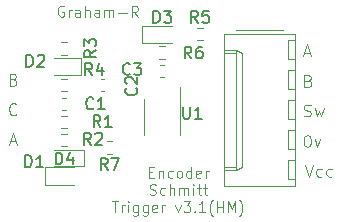
<source format=gbr>
%TF.GenerationSoftware,KiCad,Pcbnew,5.1.12-1.fc35*%
%TF.CreationDate,2021-11-27T14:31:25+00:00*%
%TF.ProjectId,kiCAD_TriSchmittHoleMount_v003.1,6b694341-445f-4547-9269-5363686d6974,rev?*%
%TF.SameCoordinates,Original*%
%TF.FileFunction,Legend,Top*%
%TF.FilePolarity,Positive*%
%FSLAX46Y46*%
G04 Gerber Fmt 4.6, Leading zero omitted, Abs format (unit mm)*
G04 Created by KiCad (PCBNEW 5.1.12-1.fc35) date 2021-11-27 14:31:25*
%MOMM*%
%LPD*%
G01*
G04 APERTURE LIST*
%ADD10C,0.100000*%
%ADD11C,0.120000*%
%ADD12C,0.150000*%
G04 APERTURE END LIST*
D10*
X192409523Y-74557142D02*
X192361904Y-74604761D01*
X192219047Y-74652380D01*
X192123809Y-74652380D01*
X191980952Y-74604761D01*
X191885714Y-74509523D01*
X191838095Y-74414285D01*
X191790476Y-74223809D01*
X191790476Y-74080952D01*
X191838095Y-73890476D01*
X191885714Y-73795238D01*
X191980952Y-73700000D01*
X192123809Y-73652380D01*
X192219047Y-73652380D01*
X192361904Y-73700000D01*
X192409523Y-73747619D01*
X191861904Y-76866666D02*
X192338095Y-76866666D01*
X191766666Y-77152380D02*
X192100000Y-76152380D01*
X192433333Y-77152380D01*
X192171428Y-71628571D02*
X192314285Y-71676190D01*
X192361904Y-71723809D01*
X192409523Y-71819047D01*
X192409523Y-71961904D01*
X192361904Y-72057142D01*
X192314285Y-72104761D01*
X192219047Y-72152380D01*
X191838095Y-72152380D01*
X191838095Y-71152380D01*
X192171428Y-71152380D01*
X192266666Y-71200000D01*
X192314285Y-71247619D01*
X192361904Y-71342857D01*
X192361904Y-71438095D01*
X192314285Y-71533333D01*
X192266666Y-71580952D01*
X192171428Y-71628571D01*
X191838095Y-71628571D01*
X196428571Y-65450000D02*
X196342857Y-65407142D01*
X196214285Y-65407142D01*
X196085714Y-65450000D01*
X196000000Y-65535714D01*
X195957142Y-65621428D01*
X195914285Y-65792857D01*
X195914285Y-65921428D01*
X195957142Y-66092857D01*
X196000000Y-66178571D01*
X196085714Y-66264285D01*
X196214285Y-66307142D01*
X196300000Y-66307142D01*
X196428571Y-66264285D01*
X196471428Y-66221428D01*
X196471428Y-65921428D01*
X196300000Y-65921428D01*
X196857142Y-66307142D02*
X196857142Y-65707142D01*
X196857142Y-65878571D02*
X196900000Y-65792857D01*
X196942857Y-65750000D01*
X197028571Y-65707142D01*
X197114285Y-65707142D01*
X197800000Y-66307142D02*
X197800000Y-65835714D01*
X197757142Y-65750000D01*
X197671428Y-65707142D01*
X197500000Y-65707142D01*
X197414285Y-65750000D01*
X197800000Y-66264285D02*
X197714285Y-66307142D01*
X197500000Y-66307142D01*
X197414285Y-66264285D01*
X197371428Y-66178571D01*
X197371428Y-66092857D01*
X197414285Y-66007142D01*
X197500000Y-65964285D01*
X197714285Y-65964285D01*
X197800000Y-65921428D01*
X198228571Y-66307142D02*
X198228571Y-65407142D01*
X198614285Y-66307142D02*
X198614285Y-65835714D01*
X198571428Y-65750000D01*
X198485714Y-65707142D01*
X198357142Y-65707142D01*
X198271428Y-65750000D01*
X198228571Y-65792857D01*
X199428571Y-66307142D02*
X199428571Y-65835714D01*
X199385714Y-65750000D01*
X199300000Y-65707142D01*
X199128571Y-65707142D01*
X199042857Y-65750000D01*
X199428571Y-66264285D02*
X199342857Y-66307142D01*
X199128571Y-66307142D01*
X199042857Y-66264285D01*
X199000000Y-66178571D01*
X199000000Y-66092857D01*
X199042857Y-66007142D01*
X199128571Y-65964285D01*
X199342857Y-65964285D01*
X199428571Y-65921428D01*
X199857142Y-66307142D02*
X199857142Y-65707142D01*
X199857142Y-65792857D02*
X199900000Y-65750000D01*
X199985714Y-65707142D01*
X200114285Y-65707142D01*
X200200000Y-65750000D01*
X200242857Y-65835714D01*
X200242857Y-66307142D01*
X200242857Y-65835714D02*
X200285714Y-65750000D01*
X200371428Y-65707142D01*
X200500000Y-65707142D01*
X200585714Y-65750000D01*
X200628571Y-65835714D01*
X200628571Y-66307142D01*
X201057142Y-65964285D02*
X201742857Y-65964285D01*
X202685714Y-66307142D02*
X202385714Y-65878571D01*
X202171428Y-66307142D02*
X202171428Y-65407142D01*
X202514285Y-65407142D01*
X202600000Y-65450000D01*
X202642857Y-65492857D01*
X202685714Y-65578571D01*
X202685714Y-65707142D01*
X202642857Y-65792857D01*
X202600000Y-65835714D01*
X202514285Y-65878571D01*
X202171428Y-65878571D01*
X217000000Y-76352380D02*
X217095238Y-76352380D01*
X217190476Y-76400000D01*
X217238095Y-76447619D01*
X217285714Y-76542857D01*
X217333333Y-76733333D01*
X217333333Y-76971428D01*
X217285714Y-77161904D01*
X217238095Y-77257142D01*
X217190476Y-77304761D01*
X217095238Y-77352380D01*
X217000000Y-77352380D01*
X216904762Y-77304761D01*
X216857143Y-77257142D01*
X216809524Y-77161904D01*
X216761905Y-76971428D01*
X216761905Y-76733333D01*
X216809524Y-76542857D01*
X216857143Y-76447619D01*
X216904762Y-76400000D01*
X217000000Y-76352380D01*
X217666667Y-76685714D02*
X217904762Y-77352380D01*
X218142857Y-76685714D01*
X216860238Y-78852380D02*
X217193571Y-79852380D01*
X217526904Y-78852380D01*
X218288809Y-79804761D02*
X218193571Y-79852380D01*
X218003095Y-79852380D01*
X217907857Y-79804761D01*
X217860238Y-79757142D01*
X217812619Y-79661904D01*
X217812619Y-79376190D01*
X217860238Y-79280952D01*
X217907857Y-79233333D01*
X218003095Y-79185714D01*
X218193571Y-79185714D01*
X218288809Y-79233333D01*
X219145952Y-79804761D02*
X219050714Y-79852380D01*
X218860238Y-79852380D01*
X218765000Y-79804761D01*
X218717380Y-79757142D01*
X218669761Y-79661904D01*
X218669761Y-79376190D01*
X218717380Y-79280952D01*
X218765000Y-79233333D01*
X218860238Y-79185714D01*
X219050714Y-79185714D01*
X219145952Y-79233333D01*
X216761905Y-74704761D02*
X216904762Y-74752380D01*
X217142857Y-74752380D01*
X217238095Y-74704761D01*
X217285714Y-74657142D01*
X217333333Y-74561904D01*
X217333333Y-74466666D01*
X217285714Y-74371428D01*
X217238095Y-74323809D01*
X217142857Y-74276190D01*
X216952381Y-74228571D01*
X216857143Y-74180952D01*
X216809524Y-74133333D01*
X216761905Y-74038095D01*
X216761905Y-73942857D01*
X216809524Y-73847619D01*
X216857143Y-73800000D01*
X216952381Y-73752380D01*
X217190476Y-73752380D01*
X217333333Y-73800000D01*
X217666667Y-74085714D02*
X217857143Y-74752380D01*
X218047619Y-74276190D01*
X218238095Y-74752380D01*
X218428571Y-74085714D01*
X217142857Y-71728571D02*
X217285714Y-71776190D01*
X217333333Y-71823809D01*
X217380952Y-71919047D01*
X217380952Y-72061904D01*
X217333333Y-72157142D01*
X217285714Y-72204761D01*
X217190476Y-72252380D01*
X216809524Y-72252380D01*
X216809524Y-71252380D01*
X217142857Y-71252380D01*
X217238095Y-71300000D01*
X217285714Y-71347619D01*
X217333333Y-71442857D01*
X217333333Y-71538095D01*
X217285714Y-71633333D01*
X217238095Y-71680952D01*
X217142857Y-71728571D01*
X216809524Y-71728571D01*
X216761904Y-69366666D02*
X217238095Y-69366666D01*
X216666666Y-69652380D02*
X217000000Y-68652380D01*
X217333333Y-69652380D01*
X203635714Y-79485714D02*
X203935714Y-79485714D01*
X204064285Y-79957142D02*
X203635714Y-79957142D01*
X203635714Y-79057142D01*
X204064285Y-79057142D01*
X204450000Y-79357142D02*
X204450000Y-79957142D01*
X204450000Y-79442857D02*
X204492857Y-79400000D01*
X204578571Y-79357142D01*
X204707142Y-79357142D01*
X204792857Y-79400000D01*
X204835714Y-79485714D01*
X204835714Y-79957142D01*
X205650000Y-79914285D02*
X205564285Y-79957142D01*
X205392857Y-79957142D01*
X205307142Y-79914285D01*
X205264285Y-79871428D01*
X205221428Y-79785714D01*
X205221428Y-79528571D01*
X205264285Y-79442857D01*
X205307142Y-79400000D01*
X205392857Y-79357142D01*
X205564285Y-79357142D01*
X205650000Y-79400000D01*
X206164285Y-79957142D02*
X206078571Y-79914285D01*
X206035714Y-79871428D01*
X205992857Y-79785714D01*
X205992857Y-79528571D01*
X206035714Y-79442857D01*
X206078571Y-79400000D01*
X206164285Y-79357142D01*
X206292857Y-79357142D01*
X206378571Y-79400000D01*
X206421428Y-79442857D01*
X206464285Y-79528571D01*
X206464285Y-79785714D01*
X206421428Y-79871428D01*
X206378571Y-79914285D01*
X206292857Y-79957142D01*
X206164285Y-79957142D01*
X207235714Y-79957142D02*
X207235714Y-79057142D01*
X207235714Y-79914285D02*
X207150000Y-79957142D01*
X206978571Y-79957142D01*
X206892857Y-79914285D01*
X206850000Y-79871428D01*
X206807142Y-79785714D01*
X206807142Y-79528571D01*
X206850000Y-79442857D01*
X206892857Y-79400000D01*
X206978571Y-79357142D01*
X207150000Y-79357142D01*
X207235714Y-79400000D01*
X208007142Y-79914285D02*
X207921428Y-79957142D01*
X207750000Y-79957142D01*
X207664285Y-79914285D01*
X207621428Y-79828571D01*
X207621428Y-79485714D01*
X207664285Y-79400000D01*
X207750000Y-79357142D01*
X207921428Y-79357142D01*
X208007142Y-79400000D01*
X208050000Y-79485714D01*
X208050000Y-79571428D01*
X207621428Y-79657142D01*
X208435714Y-79957142D02*
X208435714Y-79357142D01*
X208435714Y-79528571D02*
X208478571Y-79442857D01*
X208521428Y-79400000D01*
X208607142Y-79357142D01*
X208692857Y-79357142D01*
X203721428Y-81364285D02*
X203850000Y-81407142D01*
X204064285Y-81407142D01*
X204150000Y-81364285D01*
X204192857Y-81321428D01*
X204235714Y-81235714D01*
X204235714Y-81150000D01*
X204192857Y-81064285D01*
X204150000Y-81021428D01*
X204064285Y-80978571D01*
X203892857Y-80935714D01*
X203807142Y-80892857D01*
X203764285Y-80850000D01*
X203721428Y-80764285D01*
X203721428Y-80678571D01*
X203764285Y-80592857D01*
X203807142Y-80550000D01*
X203892857Y-80507142D01*
X204107142Y-80507142D01*
X204235714Y-80550000D01*
X205007142Y-81364285D02*
X204921428Y-81407142D01*
X204750000Y-81407142D01*
X204664285Y-81364285D01*
X204621428Y-81321428D01*
X204578571Y-81235714D01*
X204578571Y-80978571D01*
X204621428Y-80892857D01*
X204664285Y-80850000D01*
X204750000Y-80807142D01*
X204921428Y-80807142D01*
X205007142Y-80850000D01*
X205392857Y-81407142D02*
X205392857Y-80507142D01*
X205778571Y-81407142D02*
X205778571Y-80935714D01*
X205735714Y-80850000D01*
X205650000Y-80807142D01*
X205521428Y-80807142D01*
X205435714Y-80850000D01*
X205392857Y-80892857D01*
X206207142Y-81407142D02*
X206207142Y-80807142D01*
X206207142Y-80892857D02*
X206250000Y-80850000D01*
X206335714Y-80807142D01*
X206464285Y-80807142D01*
X206550000Y-80850000D01*
X206592857Y-80935714D01*
X206592857Y-81407142D01*
X206592857Y-80935714D02*
X206635714Y-80850000D01*
X206721428Y-80807142D01*
X206850000Y-80807142D01*
X206935714Y-80850000D01*
X206978571Y-80935714D01*
X206978571Y-81407142D01*
X207407142Y-81407142D02*
X207407142Y-80807142D01*
X207407142Y-80507142D02*
X207364285Y-80550000D01*
X207407142Y-80592857D01*
X207450000Y-80550000D01*
X207407142Y-80507142D01*
X207407142Y-80592857D01*
X207707142Y-80807142D02*
X208050000Y-80807142D01*
X207835714Y-80507142D02*
X207835714Y-81278571D01*
X207878571Y-81364285D01*
X207964285Y-81407142D01*
X208050000Y-81407142D01*
X208221428Y-80807142D02*
X208564285Y-80807142D01*
X208350000Y-80507142D02*
X208350000Y-81278571D01*
X208392857Y-81364285D01*
X208478571Y-81407142D01*
X208564285Y-81407142D01*
X200528571Y-81957142D02*
X201042857Y-81957142D01*
X200785714Y-82857142D02*
X200785714Y-81957142D01*
X201342857Y-82857142D02*
X201342857Y-82257142D01*
X201342857Y-82428571D02*
X201385714Y-82342857D01*
X201428571Y-82300000D01*
X201514285Y-82257142D01*
X201600000Y-82257142D01*
X201900000Y-82857142D02*
X201900000Y-82257142D01*
X201900000Y-81957142D02*
X201857142Y-82000000D01*
X201900000Y-82042857D01*
X201942857Y-82000000D01*
X201900000Y-81957142D01*
X201900000Y-82042857D01*
X202714285Y-82257142D02*
X202714285Y-82985714D01*
X202671428Y-83071428D01*
X202628571Y-83114285D01*
X202542857Y-83157142D01*
X202414285Y-83157142D01*
X202328571Y-83114285D01*
X202714285Y-82814285D02*
X202628571Y-82857142D01*
X202457142Y-82857142D01*
X202371428Y-82814285D01*
X202328571Y-82771428D01*
X202285714Y-82685714D01*
X202285714Y-82428571D01*
X202328571Y-82342857D01*
X202371428Y-82300000D01*
X202457142Y-82257142D01*
X202628571Y-82257142D01*
X202714285Y-82300000D01*
X203528571Y-82257142D02*
X203528571Y-82985714D01*
X203485714Y-83071428D01*
X203442857Y-83114285D01*
X203357142Y-83157142D01*
X203228571Y-83157142D01*
X203142857Y-83114285D01*
X203528571Y-82814285D02*
X203442857Y-82857142D01*
X203271428Y-82857142D01*
X203185714Y-82814285D01*
X203142857Y-82771428D01*
X203100000Y-82685714D01*
X203100000Y-82428571D01*
X203142857Y-82342857D01*
X203185714Y-82300000D01*
X203271428Y-82257142D01*
X203442857Y-82257142D01*
X203528571Y-82300000D01*
X204300000Y-82814285D02*
X204214285Y-82857142D01*
X204042857Y-82857142D01*
X203957142Y-82814285D01*
X203914285Y-82728571D01*
X203914285Y-82385714D01*
X203957142Y-82300000D01*
X204042857Y-82257142D01*
X204214285Y-82257142D01*
X204300000Y-82300000D01*
X204342857Y-82385714D01*
X204342857Y-82471428D01*
X203914285Y-82557142D01*
X204728571Y-82857142D02*
X204728571Y-82257142D01*
X204728571Y-82428571D02*
X204771428Y-82342857D01*
X204814285Y-82300000D01*
X204900000Y-82257142D01*
X204985714Y-82257142D01*
X205885714Y-82257142D02*
X206100000Y-82857142D01*
X206314285Y-82257142D01*
X206571428Y-81957142D02*
X207128571Y-81957142D01*
X206828571Y-82300000D01*
X206957142Y-82300000D01*
X207042857Y-82342857D01*
X207085714Y-82385714D01*
X207128571Y-82471428D01*
X207128571Y-82685714D01*
X207085714Y-82771428D01*
X207042857Y-82814285D01*
X206957142Y-82857142D01*
X206700000Y-82857142D01*
X206614285Y-82814285D01*
X206571428Y-82771428D01*
X207514285Y-82771428D02*
X207557142Y-82814285D01*
X207514285Y-82857142D01*
X207471428Y-82814285D01*
X207514285Y-82771428D01*
X207514285Y-82857142D01*
X208414285Y-82857142D02*
X207900000Y-82857142D01*
X208157142Y-82857142D02*
X208157142Y-81957142D01*
X208071428Y-82085714D01*
X207985714Y-82171428D01*
X207900000Y-82214285D01*
X209057142Y-83200000D02*
X209014285Y-83157142D01*
X208928571Y-83028571D01*
X208885714Y-82942857D01*
X208842857Y-82814285D01*
X208800000Y-82600000D01*
X208800000Y-82428571D01*
X208842857Y-82214285D01*
X208885714Y-82085714D01*
X208928571Y-82000000D01*
X209014285Y-81871428D01*
X209057142Y-81828571D01*
X209400000Y-82857142D02*
X209400000Y-81957142D01*
X209400000Y-82385714D02*
X209914285Y-82385714D01*
X209914285Y-82857142D02*
X209914285Y-81957142D01*
X210342857Y-82857142D02*
X210342857Y-81957142D01*
X210642857Y-82600000D01*
X210942857Y-81957142D01*
X210942857Y-82857142D01*
X211285714Y-83200000D02*
X211328571Y-83157142D01*
X211414285Y-83028571D01*
X211457142Y-82942857D01*
X211500000Y-82814285D01*
X211542857Y-82600000D01*
X211542857Y-82428571D01*
X211500000Y-82214285D01*
X211457142Y-82085714D01*
X211414285Y-82000000D01*
X211328571Y-81871428D01*
X211285714Y-81828571D01*
D11*
%TO.C,R7*%
X200537258Y-77922500D02*
X200062742Y-77922500D01*
X200537258Y-76877500D02*
X200062742Y-76877500D01*
%TO.C,D4*%
X197281334Y-79065000D02*
X194821334Y-79065000D01*
X194821334Y-79065000D02*
X194821334Y-80535000D01*
X194821334Y-80535000D02*
X197281334Y-80535000D01*
%TO.C,J1*%
X216030000Y-67740000D02*
X210010000Y-67740000D01*
X210010000Y-67740000D02*
X210010000Y-80660000D01*
X210010000Y-80660000D02*
X216030000Y-80660000D01*
X216030000Y-80660000D02*
X216030000Y-67740000D01*
X215000000Y-67450000D02*
X211000000Y-67450000D01*
X210010000Y-69120000D02*
X211010000Y-69120000D01*
X211010000Y-69120000D02*
X211010000Y-79280000D01*
X211010000Y-79280000D02*
X210010000Y-79280000D01*
X211010000Y-69120000D02*
X211540000Y-69370000D01*
X211540000Y-69370000D02*
X211540000Y-79030000D01*
X211540000Y-79030000D02*
X211010000Y-79280000D01*
X210010000Y-69370000D02*
X211010000Y-69370000D01*
X210010000Y-79030000D02*
X211010000Y-79030000D01*
X216030000Y-68320000D02*
X215430000Y-68320000D01*
X215430000Y-68320000D02*
X215430000Y-69920000D01*
X215430000Y-69920000D02*
X216030000Y-69920000D01*
X216030000Y-70860000D02*
X215430000Y-70860000D01*
X215430000Y-70860000D02*
X215430000Y-72460000D01*
X215430000Y-72460000D02*
X216030000Y-72460000D01*
X216030000Y-73400000D02*
X215430000Y-73400000D01*
X215430000Y-73400000D02*
X215430000Y-75000000D01*
X215430000Y-75000000D02*
X216030000Y-75000000D01*
X216030000Y-75940000D02*
X215430000Y-75940000D01*
X215430000Y-75940000D02*
X215430000Y-77540000D01*
X215430000Y-77540000D02*
X216030000Y-77540000D01*
X216030000Y-78480000D02*
X215430000Y-78480000D01*
X215430000Y-78480000D02*
X215430000Y-80080000D01*
X215430000Y-80080000D02*
X216030000Y-80080000D01*
%TO.C,U1*%
X203250000Y-76300000D02*
X203250000Y-73300000D01*
X206250000Y-76300000D02*
X206250000Y-72300000D01*
%TO.C,R6*%
X204495276Y-69872500D02*
X205004724Y-69872500D01*
X204495276Y-68827500D02*
X205004724Y-68827500D01*
%TO.C,R5*%
X207712742Y-68322500D02*
X208187258Y-68322500D01*
X207712742Y-67277500D02*
X208187258Y-67277500D01*
%TO.C,R4*%
X196696092Y-71577500D02*
X196221576Y-71577500D01*
X196696092Y-72622500D02*
X196221576Y-72622500D01*
%TO.C,R3*%
X196221576Y-69522500D02*
X196696092Y-69522500D01*
X196221576Y-68477500D02*
X196696092Y-68477500D01*
%TO.C,R2*%
X196696092Y-77295834D02*
X196221576Y-77295834D01*
X196696092Y-76250834D02*
X196221576Y-76250834D01*
%TO.C,R1*%
X196221576Y-74714168D02*
X196696092Y-74714168D01*
X196221576Y-75759168D02*
X196696092Y-75759168D01*
%TO.C,D3*%
X203090000Y-68535000D02*
X205550000Y-68535000D01*
X203090000Y-67065000D02*
X203090000Y-68535000D01*
X205550000Y-67065000D02*
X203090000Y-67065000D01*
%TO.C,D2*%
X197923834Y-69815000D02*
X195638834Y-69815000D01*
X197923834Y-71285000D02*
X197923834Y-69815000D01*
X195638834Y-71285000D02*
X197923834Y-71285000D01*
%TO.C,D1*%
X195638834Y-78985000D02*
X198123834Y-78985000D01*
X198123834Y-78985000D02*
X198123834Y-77615000D01*
X198123834Y-77615000D02*
X195638834Y-77615000D01*
%TO.C,C3*%
X204603733Y-71410000D02*
X204896267Y-71410000D01*
X204603733Y-70390000D02*
X204896267Y-70390000D01*
%TO.C,C2*%
X199846267Y-71590000D02*
X199553733Y-71590000D01*
X199846267Y-72610000D02*
X199553733Y-72610000D01*
%TO.C,C1*%
X196312567Y-73190000D02*
X196605101Y-73190000D01*
X196312567Y-74210000D02*
X196605101Y-74210000D01*
%TO.C,R7*%
D12*
X200133333Y-79282380D02*
X199800000Y-78806190D01*
X199561904Y-79282380D02*
X199561904Y-78282380D01*
X199942857Y-78282380D01*
X200038095Y-78330000D01*
X200085714Y-78377619D01*
X200133333Y-78472857D01*
X200133333Y-78615714D01*
X200085714Y-78710952D01*
X200038095Y-78758571D01*
X199942857Y-78806190D01*
X199561904Y-78806190D01*
X200466666Y-78282380D02*
X201133333Y-78282380D01*
X200704761Y-79282380D01*
%TO.C,D4*%
X195743238Y-78822380D02*
X195743238Y-77822380D01*
X195981334Y-77822380D01*
X196124191Y-77870000D01*
X196219429Y-77965238D01*
X196267048Y-78060476D01*
X196314667Y-78250952D01*
X196314667Y-78393809D01*
X196267048Y-78584285D01*
X196219429Y-78679523D01*
X196124191Y-78774761D01*
X195981334Y-78822380D01*
X195743238Y-78822380D01*
X197171810Y-78155714D02*
X197171810Y-78822380D01*
X196933714Y-77774761D02*
X196695619Y-78489047D01*
X197314667Y-78489047D01*
%TO.C,U1*%
X206538095Y-73952380D02*
X206538095Y-74761904D01*
X206585714Y-74857142D01*
X206633333Y-74904761D01*
X206728571Y-74952380D01*
X206919047Y-74952380D01*
X207014285Y-74904761D01*
X207061904Y-74857142D01*
X207109523Y-74761904D01*
X207109523Y-73952380D01*
X208109523Y-74952380D02*
X207538095Y-74952380D01*
X207823809Y-74952380D02*
X207823809Y-73952380D01*
X207728571Y-74095238D01*
X207633333Y-74190476D01*
X207538095Y-74238095D01*
%TO.C,R6*%
X207233333Y-69852380D02*
X206900000Y-69376190D01*
X206661904Y-69852380D02*
X206661904Y-68852380D01*
X207042857Y-68852380D01*
X207138095Y-68900000D01*
X207185714Y-68947619D01*
X207233333Y-69042857D01*
X207233333Y-69185714D01*
X207185714Y-69280952D01*
X207138095Y-69328571D01*
X207042857Y-69376190D01*
X206661904Y-69376190D01*
X208090476Y-68852380D02*
X207900000Y-68852380D01*
X207804761Y-68900000D01*
X207757142Y-68947619D01*
X207661904Y-69090476D01*
X207614285Y-69280952D01*
X207614285Y-69661904D01*
X207661904Y-69757142D01*
X207709523Y-69804761D01*
X207804761Y-69852380D01*
X207995238Y-69852380D01*
X208090476Y-69804761D01*
X208138095Y-69757142D01*
X208185714Y-69661904D01*
X208185714Y-69423809D01*
X208138095Y-69328571D01*
X208090476Y-69280952D01*
X207995238Y-69233333D01*
X207804761Y-69233333D01*
X207709523Y-69280952D01*
X207661904Y-69328571D01*
X207614285Y-69423809D01*
%TO.C,R5*%
X207783333Y-66822380D02*
X207450000Y-66346190D01*
X207211904Y-66822380D02*
X207211904Y-65822380D01*
X207592857Y-65822380D01*
X207688095Y-65870000D01*
X207735714Y-65917619D01*
X207783333Y-66012857D01*
X207783333Y-66155714D01*
X207735714Y-66250952D01*
X207688095Y-66298571D01*
X207592857Y-66346190D01*
X207211904Y-66346190D01*
X208688095Y-65822380D02*
X208211904Y-65822380D01*
X208164285Y-66298571D01*
X208211904Y-66250952D01*
X208307142Y-66203333D01*
X208545238Y-66203333D01*
X208640476Y-66250952D01*
X208688095Y-66298571D01*
X208735714Y-66393809D01*
X208735714Y-66631904D01*
X208688095Y-66727142D01*
X208640476Y-66774761D01*
X208545238Y-66822380D01*
X208307142Y-66822380D01*
X208211904Y-66774761D01*
X208164285Y-66727142D01*
%TO.C,R4*%
X198833333Y-71252380D02*
X198500000Y-70776190D01*
X198261904Y-71252380D02*
X198261904Y-70252380D01*
X198642857Y-70252380D01*
X198738095Y-70300000D01*
X198785714Y-70347619D01*
X198833333Y-70442857D01*
X198833333Y-70585714D01*
X198785714Y-70680952D01*
X198738095Y-70728571D01*
X198642857Y-70776190D01*
X198261904Y-70776190D01*
X199690476Y-70585714D02*
X199690476Y-71252380D01*
X199452380Y-70204761D02*
X199214285Y-70919047D01*
X199833333Y-70919047D01*
%TO.C,R3*%
X199152380Y-69166666D02*
X198676190Y-69500000D01*
X199152380Y-69738095D02*
X198152380Y-69738095D01*
X198152380Y-69357142D01*
X198200000Y-69261904D01*
X198247619Y-69214285D01*
X198342857Y-69166666D01*
X198485714Y-69166666D01*
X198580952Y-69214285D01*
X198628571Y-69261904D01*
X198676190Y-69357142D01*
X198676190Y-69738095D01*
X198152380Y-68833333D02*
X198152380Y-68214285D01*
X198533333Y-68547619D01*
X198533333Y-68404761D01*
X198580952Y-68309523D01*
X198628571Y-68261904D01*
X198723809Y-68214285D01*
X198961904Y-68214285D01*
X199057142Y-68261904D01*
X199104761Y-68309523D01*
X199152380Y-68404761D01*
X199152380Y-68690476D01*
X199104761Y-68785714D01*
X199057142Y-68833333D01*
%TO.C,R2*%
X198733333Y-77152380D02*
X198400000Y-76676190D01*
X198161904Y-77152380D02*
X198161904Y-76152380D01*
X198542857Y-76152380D01*
X198638095Y-76200000D01*
X198685714Y-76247619D01*
X198733333Y-76342857D01*
X198733333Y-76485714D01*
X198685714Y-76580952D01*
X198638095Y-76628571D01*
X198542857Y-76676190D01*
X198161904Y-76676190D01*
X199114285Y-76247619D02*
X199161904Y-76200000D01*
X199257142Y-76152380D01*
X199495238Y-76152380D01*
X199590476Y-76200000D01*
X199638095Y-76247619D01*
X199685714Y-76342857D01*
X199685714Y-76438095D01*
X199638095Y-76580952D01*
X199066666Y-77152380D01*
X199685714Y-77152380D01*
%TO.C,R1*%
X199533333Y-75652380D02*
X199200000Y-75176190D01*
X198961904Y-75652380D02*
X198961904Y-74652380D01*
X199342857Y-74652380D01*
X199438095Y-74700000D01*
X199485714Y-74747619D01*
X199533333Y-74842857D01*
X199533333Y-74985714D01*
X199485714Y-75080952D01*
X199438095Y-75128571D01*
X199342857Y-75176190D01*
X198961904Y-75176190D01*
X200485714Y-75652380D02*
X199914285Y-75652380D01*
X200200000Y-75652380D02*
X200200000Y-74652380D01*
X200104761Y-74795238D01*
X200009523Y-74890476D01*
X199914285Y-74938095D01*
%TO.C,D3*%
X204011904Y-66822380D02*
X204011904Y-65822380D01*
X204250000Y-65822380D01*
X204392857Y-65870000D01*
X204488095Y-65965238D01*
X204535714Y-66060476D01*
X204583333Y-66250952D01*
X204583333Y-66393809D01*
X204535714Y-66584285D01*
X204488095Y-66679523D01*
X204392857Y-66774761D01*
X204250000Y-66822380D01*
X204011904Y-66822380D01*
X204916666Y-65822380D02*
X205535714Y-65822380D01*
X205202380Y-66203333D01*
X205345238Y-66203333D01*
X205440476Y-66250952D01*
X205488095Y-66298571D01*
X205535714Y-66393809D01*
X205535714Y-66631904D01*
X205488095Y-66727142D01*
X205440476Y-66774761D01*
X205345238Y-66822380D01*
X205059523Y-66822380D01*
X204964285Y-66774761D01*
X204916666Y-66727142D01*
%TO.C,D2*%
X193261904Y-70552380D02*
X193261904Y-69552380D01*
X193500000Y-69552380D01*
X193642857Y-69600000D01*
X193738095Y-69695238D01*
X193785714Y-69790476D01*
X193833333Y-69980952D01*
X193833333Y-70123809D01*
X193785714Y-70314285D01*
X193738095Y-70409523D01*
X193642857Y-70504761D01*
X193500000Y-70552380D01*
X193261904Y-70552380D01*
X194214285Y-69647619D02*
X194261904Y-69600000D01*
X194357142Y-69552380D01*
X194595238Y-69552380D01*
X194690476Y-69600000D01*
X194738095Y-69647619D01*
X194785714Y-69742857D01*
X194785714Y-69838095D01*
X194738095Y-69980952D01*
X194166666Y-70552380D01*
X194785714Y-70552380D01*
%TO.C,D1*%
X193161904Y-79052380D02*
X193161904Y-78052380D01*
X193400000Y-78052380D01*
X193542857Y-78100000D01*
X193638095Y-78195238D01*
X193685714Y-78290476D01*
X193733333Y-78480952D01*
X193733333Y-78623809D01*
X193685714Y-78814285D01*
X193638095Y-78909523D01*
X193542857Y-79004761D01*
X193400000Y-79052380D01*
X193161904Y-79052380D01*
X194685714Y-79052380D02*
X194114285Y-79052380D01*
X194400000Y-79052380D02*
X194400000Y-78052380D01*
X194304761Y-78195238D01*
X194209523Y-78290476D01*
X194114285Y-78338095D01*
%TO.C,C3*%
X202033333Y-71157142D02*
X201985714Y-71204761D01*
X201842857Y-71252380D01*
X201747619Y-71252380D01*
X201604761Y-71204761D01*
X201509523Y-71109523D01*
X201461904Y-71014285D01*
X201414285Y-70823809D01*
X201414285Y-70680952D01*
X201461904Y-70490476D01*
X201509523Y-70395238D01*
X201604761Y-70300000D01*
X201747619Y-70252380D01*
X201842857Y-70252380D01*
X201985714Y-70300000D01*
X202033333Y-70347619D01*
X202366666Y-70252380D02*
X202985714Y-70252380D01*
X202652380Y-70633333D01*
X202795238Y-70633333D01*
X202890476Y-70680952D01*
X202938095Y-70728571D01*
X202985714Y-70823809D01*
X202985714Y-71061904D01*
X202938095Y-71157142D01*
X202890476Y-71204761D01*
X202795238Y-71252380D01*
X202509523Y-71252380D01*
X202414285Y-71204761D01*
X202366666Y-71157142D01*
%TO.C,C2*%
X202557142Y-72366666D02*
X202604761Y-72414285D01*
X202652380Y-72557142D01*
X202652380Y-72652380D01*
X202604761Y-72795238D01*
X202509523Y-72890476D01*
X202414285Y-72938095D01*
X202223809Y-72985714D01*
X202080952Y-72985714D01*
X201890476Y-72938095D01*
X201795238Y-72890476D01*
X201700000Y-72795238D01*
X201652380Y-72652380D01*
X201652380Y-72557142D01*
X201700000Y-72414285D01*
X201747619Y-72366666D01*
X201747619Y-71985714D02*
X201700000Y-71938095D01*
X201652380Y-71842857D01*
X201652380Y-71604761D01*
X201700000Y-71509523D01*
X201747619Y-71461904D01*
X201842857Y-71414285D01*
X201938095Y-71414285D01*
X202080952Y-71461904D01*
X202652380Y-72033333D01*
X202652380Y-71414285D01*
%TO.C,C1*%
X198933333Y-74057142D02*
X198885714Y-74104761D01*
X198742857Y-74152380D01*
X198647619Y-74152380D01*
X198504761Y-74104761D01*
X198409523Y-74009523D01*
X198361904Y-73914285D01*
X198314285Y-73723809D01*
X198314285Y-73580952D01*
X198361904Y-73390476D01*
X198409523Y-73295238D01*
X198504761Y-73200000D01*
X198647619Y-73152380D01*
X198742857Y-73152380D01*
X198885714Y-73200000D01*
X198933333Y-73247619D01*
X199885714Y-74152380D02*
X199314285Y-74152380D01*
X199600000Y-74152380D02*
X199600000Y-73152380D01*
X199504761Y-73295238D01*
X199409523Y-73390476D01*
X199314285Y-73438095D01*
%TD*%
M02*

</source>
